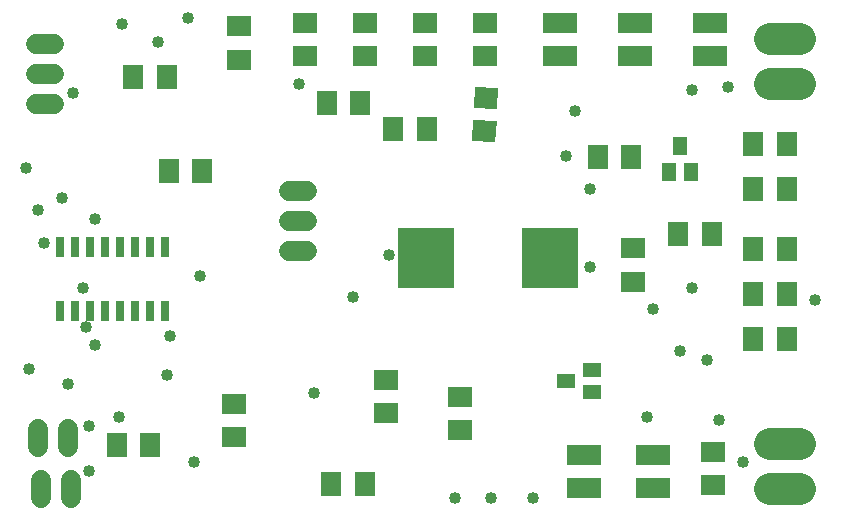
<source format=gbr>
G04 EAGLE Gerber RS-274X export*
G75*
%MOMM*%
%FSLAX34Y34*%
%LPD*%
%INSoldermask Top*%
%IPPOS*%
%AMOC8*
5,1,8,0,0,1.08239X$1,22.5*%
G01*
%ADD10R,2.003200X1.803200*%
%ADD11R,2.903200X1.803200*%
%ADD12R,1.803200X2.003200*%
%ADD13R,1.603200X1.203200*%
%ADD14R,4.703200X5.203200*%
%ADD15C,1.727200*%
%ADD16R,2.006200X1.803200*%
%ADD17R,1.803200X2.006200*%
%ADD18R,0.735800X1.696200*%
%ADD19C,2.743200*%
%ADD20R,1.203200X1.603200*%
%ADD21C,1.016000*%


D10*
X304800Y420400D03*
X304800Y392400D03*
D11*
X469900Y420400D03*
X469900Y392400D03*
X533400Y420400D03*
X533400Y392400D03*
X596900Y420400D03*
X596900Y392400D03*
X548800Y54400D03*
X548800Y26400D03*
X490300Y54400D03*
X490300Y26400D03*
D10*
X385600Y103300D03*
X385600Y75300D03*
X322800Y117900D03*
X322800Y89900D03*
D12*
X139100Y295100D03*
X167100Y295100D03*
X501700Y307100D03*
X529700Y307100D03*
G36*
X396669Y348419D02*
X397644Y366424D01*
X417645Y365341D01*
X416670Y347336D01*
X396669Y348419D01*
G37*
G36*
X395155Y320459D02*
X396130Y338464D01*
X416131Y337381D01*
X415156Y319376D01*
X395155Y320459D01*
G37*
X272700Y352900D03*
X300700Y352900D03*
D13*
X474700Y117000D03*
X496700Y126500D03*
X496700Y107500D03*
D14*
X356280Y221060D03*
X461280Y221060D03*
D15*
X41520Y351400D02*
X26280Y351400D01*
X26280Y376800D02*
X41520Y376800D01*
X41520Y402200D02*
X26280Y402200D01*
X240180Y227400D02*
X255420Y227400D01*
X255420Y252800D02*
X240180Y252800D01*
X240180Y278200D02*
X255420Y278200D01*
D16*
X406400Y392180D03*
X406400Y420620D03*
X193760Y97960D03*
X193760Y69520D03*
X254000Y392180D03*
X254000Y420620D03*
D17*
X357120Y330200D03*
X328680Y330200D03*
D16*
X531800Y201180D03*
X531800Y229620D03*
X197800Y389000D03*
X197800Y417440D03*
D17*
X276060Y30240D03*
X304500Y30240D03*
X122900Y63260D03*
X94460Y63260D03*
X108580Y374800D03*
X137020Y374800D03*
D16*
X355600Y392180D03*
X355600Y420620D03*
D18*
X46450Y176577D03*
X59150Y176577D03*
X71850Y176577D03*
X84550Y176577D03*
X97250Y176577D03*
X109950Y176577D03*
X122650Y176577D03*
X135350Y176577D03*
X135350Y230623D03*
X122650Y230623D03*
X109950Y230623D03*
X97250Y230623D03*
X84550Y230623D03*
X71850Y230623D03*
X59150Y230623D03*
X46450Y230623D03*
D19*
X647700Y368300D02*
X673100Y368300D01*
X673100Y406400D02*
X647700Y406400D01*
X647700Y63500D02*
X673100Y63500D01*
X673100Y25400D02*
X647700Y25400D01*
D10*
X599600Y29100D03*
X599600Y57100D03*
D20*
X571500Y315800D03*
X581000Y293800D03*
X562000Y293800D03*
D17*
X661920Y317500D03*
X633480Y317500D03*
X661920Y279400D03*
X633480Y279400D03*
X661920Y228600D03*
X633480Y228600D03*
X661920Y190500D03*
X633480Y190500D03*
X661920Y152400D03*
X633480Y152400D03*
X598420Y241300D03*
X569980Y241300D03*
D15*
X55800Y33020D02*
X55800Y17780D01*
X30400Y17780D02*
X30400Y33020D01*
X27860Y61120D02*
X27860Y76360D01*
X53260Y76360D02*
X53260Y61120D01*
D21*
X604520Y83820D03*
X624840Y48260D03*
X261620Y106680D03*
X482600Y345440D03*
X17780Y297180D03*
X20320Y127000D03*
X447040Y17780D03*
X411480Y17780D03*
X381000Y17780D03*
X612140Y365760D03*
X548640Y177800D03*
X594360Y134620D03*
X581660Y363220D03*
X154940Y424180D03*
X99060Y419100D03*
X160020Y48260D03*
X53340Y114300D03*
X96520Y86360D03*
X474980Y307340D03*
X76200Y147320D03*
X137160Y121920D03*
X27940Y261620D03*
X71120Y78740D03*
X71120Y40640D03*
X48260Y271780D03*
X139700Y155194D03*
X57749Y360680D03*
X129540Y403860D03*
X294640Y187960D03*
X66040Y195580D03*
X165100Y205994D03*
X68580Y163068D03*
X495300Y279400D03*
X248920Y368300D03*
X76200Y254000D03*
X33020Y233680D03*
X581660Y195580D03*
X685776Y185420D03*
X571500Y142240D03*
X543560Y86360D03*
X495300Y213360D03*
X325120Y223520D03*
M02*

</source>
